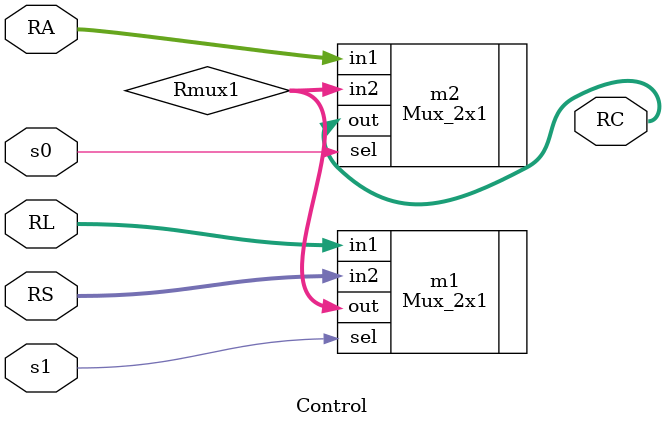
<source format=v>
module Control #(parameter  N = 8)(
					input wire signed [N-1:0] RA,
					input wire signed [N-1:0] RL,
					input wire signed [N-1:0] RS,
					input wire s0,
					input wire s1,
					output wire signed [N-1:0] RC);
					
	wire signed [N-1:0] Rmux1;
	
	Mux_2x1 m1(.out(Rmux1), .in1(RL), .in2(RS), .sel(s1));
	
	Mux_2x1 m2(.out(RC), .in1(RA), .in2(Rmux1), .sel(s0));

endmodule

</source>
